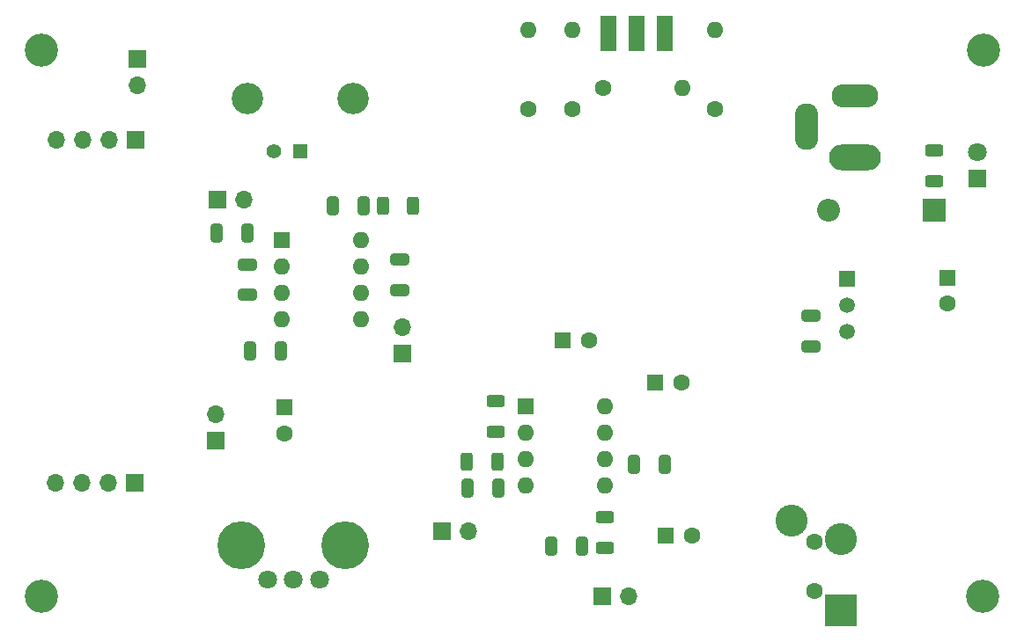
<source format=gbr>
%TF.GenerationSoftware,KiCad,Pcbnew,(6.0.7)*%
%TF.CreationDate,2024-07-20T13:04:07-04:00*%
%TF.ProjectId,DCV v2,44435620-7632-42e6-9b69-6361645f7063,rev?*%
%TF.SameCoordinates,Original*%
%TF.FileFunction,Soldermask,Top*%
%TF.FilePolarity,Negative*%
%FSLAX46Y46*%
G04 Gerber Fmt 4.6, Leading zero omitted, Abs format (unit mm)*
G04 Created by KiCad (PCBNEW (6.0.7)) date 2024-07-20 13:04:07*
%MOMM*%
%LPD*%
G01*
G04 APERTURE LIST*
G04 Aperture macros list*
%AMRoundRect*
0 Rectangle with rounded corners*
0 $1 Rounding radius*
0 $2 $3 $4 $5 $6 $7 $8 $9 X,Y pos of 4 corners*
0 Add a 4 corners polygon primitive as box body*
4,1,4,$2,$3,$4,$5,$6,$7,$8,$9,$2,$3,0*
0 Add four circle primitives for the rounded corners*
1,1,$1+$1,$2,$3*
1,1,$1+$1,$4,$5*
1,1,$1+$1,$6,$7*
1,1,$1+$1,$8,$9*
0 Add four rect primitives between the rounded corners*
20,1,$1+$1,$2,$3,$4,$5,0*
20,1,$1+$1,$4,$5,$6,$7,0*
20,1,$1+$1,$6,$7,$8,$9,0*
20,1,$1+$1,$8,$9,$2,$3,0*%
G04 Aperture macros list end*
%ADD10R,1.700000X1.700000*%
%ADD11O,1.700000X1.700000*%
%ADD12R,1.600000X1.600000*%
%ADD13C,1.600000*%
%ADD14RoundRect,0.250000X-0.325000X-0.650000X0.325000X-0.650000X0.325000X0.650000X-0.325000X0.650000X0*%
%ADD15O,5.000000X2.500000*%
%ADD16O,4.500000X2.250000*%
%ADD17O,2.250000X4.500000*%
%ADD18RoundRect,0.250000X-0.625000X0.312500X-0.625000X-0.312500X0.625000X-0.312500X0.625000X0.312500X0*%
%ADD19O,1.600000X1.600000*%
%ADD20RoundRect,0.250000X-0.650000X0.325000X-0.650000X-0.325000X0.650000X-0.325000X0.650000X0.325000X0*%
%ADD21C,3.200000*%
%ADD22R,1.500000X1.500000*%
%ADD23C,1.500000*%
%ADD24RoundRect,0.250000X0.625000X-0.312500X0.625000X0.312500X-0.625000X0.312500X-0.625000X-0.312500X0*%
%ADD25RoundRect,0.250000X0.325000X0.650000X-0.325000X0.650000X-0.325000X-0.650000X0.325000X-0.650000X0*%
%ADD26C,4.600000*%
%ADD27C,1.800000*%
%ADD28R,1.398000X1.398000*%
%ADD29C,1.398000*%
%ADD30C,3.015000*%
%ADD31R,3.092000X3.092000*%
%ADD32C,3.092000*%
%ADD33RoundRect,0.250000X0.650000X-0.325000X0.650000X0.325000X-0.650000X0.325000X-0.650000X-0.325000X0*%
%ADD34RoundRect,0.250000X-0.312500X-0.625000X0.312500X-0.625000X0.312500X0.625000X-0.312500X0.625000X0*%
%ADD35R,1.500000X3.500000*%
%ADD36R,1.800000X1.800000*%
%ADD37R,2.200000X2.200000*%
%ADD38O,2.200000X2.200000*%
%ADD39RoundRect,0.250000X0.312500X0.625000X-0.312500X0.625000X-0.312500X-0.625000X0.312500X-0.625000X0*%
G04 APERTURE END LIST*
D10*
%TO.C,J10*%
X140716000Y-101600000D03*
D11*
X143256000Y-101600000D03*
%TD*%
D12*
%TO.C,C7*%
X189333500Y-77240349D03*
D13*
X189333500Y-79740349D03*
%TD*%
D12*
%TO.C,C11*%
X161216500Y-87302500D03*
D13*
X163716500Y-87302500D03*
%TD*%
D14*
%TO.C,C8*%
X119060700Y-72936100D03*
X122010700Y-72936100D03*
%TD*%
D15*
%TO.C,J4*%
X180443500Y-65693000D03*
D16*
X180443500Y-59693000D03*
D17*
X175743500Y-62693000D03*
%TD*%
D18*
%TO.C,R7*%
X145859151Y-89142000D03*
X145859151Y-92067000D03*
%TD*%
D13*
%TO.C,R4*%
X156210000Y-58928000D03*
D19*
X163830000Y-58928000D03*
%TD*%
D13*
%TO.C,R9*%
X149034500Y-60960000D03*
D19*
X149034500Y-53340000D03*
%TD*%
D20*
%TO.C,C2*%
X122018900Y-75941500D03*
X122018900Y-78891500D03*
%TD*%
D21*
%TO.C,H4*%
X192786000Y-55308500D03*
%TD*%
%TO.C,H3*%
X192722500Y-107886500D03*
%TD*%
D12*
%TO.C,U4*%
X148780500Y-89598500D03*
D19*
X148780500Y-92138500D03*
X148780500Y-94678500D03*
X148780500Y-97218500D03*
X156400500Y-97218500D03*
X156400500Y-94678500D03*
X156400500Y-92138500D03*
X156400500Y-89598500D03*
%TD*%
D21*
%TO.C,H2*%
X102171500Y-107886500D03*
%TD*%
D22*
%TO.C,U3*%
X179681500Y-77377000D03*
D23*
X179681500Y-79917000D03*
X179681500Y-82457000D03*
%TD*%
D10*
%TO.C,J6*%
X136906000Y-84518500D03*
D11*
X136906000Y-81978500D03*
%TD*%
D24*
%TO.C,R8*%
X156390500Y-103243000D03*
X156390500Y-100318000D03*
%TD*%
D12*
%TO.C,C15*%
X162232500Y-102034500D03*
D13*
X164732500Y-102034500D03*
%TD*%
D10*
%TO.C,J7*%
X118999000Y-92905500D03*
D11*
X118999000Y-90365500D03*
%TD*%
D20*
%TO.C,C6*%
X136652000Y-75487000D03*
X136652000Y-78437000D03*
%TD*%
D25*
%TO.C,C4*%
X146113151Y-97462500D03*
X143163151Y-97462500D03*
%TD*%
D21*
%TO.C,H1*%
X102171500Y-55308500D03*
%TD*%
D25*
%TO.C,C5*%
X133158400Y-70304500D03*
X130208400Y-70304500D03*
%TD*%
D26*
%TO.C,RV1*%
X121453500Y-102986000D03*
X131453500Y-102986000D03*
D27*
X123953500Y-106286000D03*
X126453500Y-106286000D03*
X128953500Y-106286000D03*
%TD*%
D28*
%TO.C,J1*%
X127114300Y-65089000D03*
D29*
X124574300Y-65089000D03*
D30*
X122034300Y-60009000D03*
X132194300Y-60009000D03*
%TD*%
D13*
%TO.C,J5*%
X176570500Y-102685500D03*
X176570500Y-107385500D03*
D31*
X179070500Y-109285500D03*
D32*
X179070500Y-102385500D03*
X174370500Y-100585500D03*
%TD*%
D13*
%TO.C,R3*%
X153225500Y-60960000D03*
D19*
X153225500Y-53340000D03*
%TD*%
D33*
%TO.C,C10*%
X176196500Y-83883000D03*
X176196500Y-80933000D03*
%TD*%
D34*
%TO.C,R1*%
X143126651Y-94922500D03*
X146051651Y-94922500D03*
%TD*%
D12*
%TO.C,C3*%
X125564900Y-89715849D03*
D13*
X125564900Y-92215849D03*
%TD*%
D12*
%TO.C,U2*%
X125320900Y-73606500D03*
D19*
X125320900Y-76146500D03*
X125320900Y-78686500D03*
X125320900Y-81226500D03*
X132940900Y-81226500D03*
X132940900Y-78686500D03*
X132940900Y-76146500D03*
X132940900Y-73606500D03*
%TD*%
D35*
%TO.C,J3*%
X159448500Y-53685000D03*
X162148500Y-53685000D03*
X156748500Y-53685000D03*
%TD*%
D25*
%TO.C,C14*%
X154192151Y-103050500D03*
X151242151Y-103050500D03*
%TD*%
D36*
%TO.C,D1*%
X192163700Y-67703700D03*
D27*
X192163700Y-65163700D03*
%TD*%
D37*
%TO.C,D2*%
X188063500Y-70773000D03*
D38*
X177903500Y-70773000D03*
%TD*%
D14*
%TO.C,C13*%
X159194500Y-95186500D03*
X162144500Y-95186500D03*
%TD*%
D10*
%TO.C,J9*%
X156141500Y-107886500D03*
D11*
X158681500Y-107886500D03*
%TD*%
D25*
%TO.C,C1*%
X125261900Y-84264500D03*
X122311900Y-84264500D03*
%TD*%
D12*
%TO.C,C12*%
X152326500Y-83238500D03*
D13*
X154826500Y-83238500D03*
%TD*%
%TO.C,R5*%
X167005000Y-60960000D03*
D19*
X167005000Y-53340000D03*
%TD*%
D24*
%TO.C,R6*%
X188063500Y-67917500D03*
X188063500Y-64992500D03*
%TD*%
D10*
%TO.C,U1*%
X111259900Y-63944500D03*
D11*
X108719900Y-63944500D03*
X106179900Y-63944500D03*
X103639900Y-63944500D03*
X103593900Y-96964500D03*
X106133900Y-96964500D03*
X108673900Y-96964500D03*
D10*
X111213900Y-96964500D03*
%TD*%
%TO.C,J8*%
X111442500Y-56129000D03*
D11*
X111442500Y-58669000D03*
%TD*%
D10*
%TO.C,J2*%
X119121000Y-69723000D03*
D11*
X121661000Y-69723000D03*
%TD*%
D39*
%TO.C,R2*%
X137959400Y-70304500D03*
X135034400Y-70304500D03*
%TD*%
M02*

</source>
